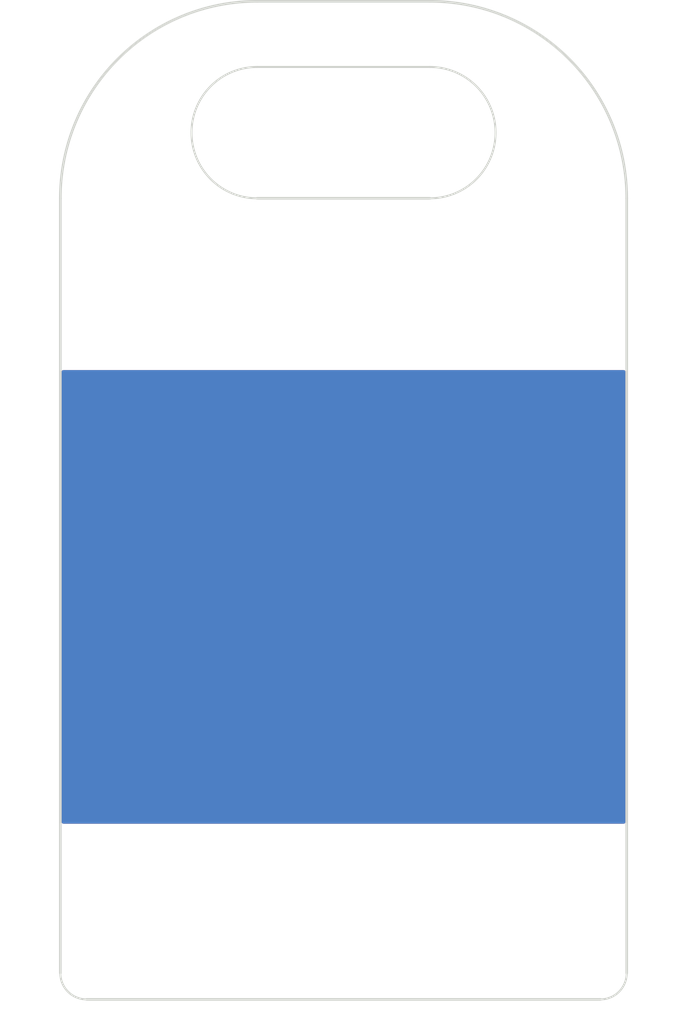
<source format=kicad_pcb>
(kicad_pcb (version 20221018) (generator pcbnew)
  (layers (0 "F.Cu" signal) (31 "B.Cu" signal) (34 "B.Paste" user) (35 "F.Paste" user) (36 "B.SilkS" user "B.Silkscreen") (37 "F.SilkS" user "F.Silkscreen") (38 "B.Mask" user) (39 "F.Mask" user) (44 "Edge.Cuts" user))
  (net 0 "")
  (footprint "MountingHole:MountingHole_3.5mm" (layer "F.Cu") (at 129.49896 106.9514)
    (fp_text reference "REF**" hide)
    (fp_text value "MountingHole_3.5mm")
    (pad "" np_thru_hole circle (at 0 0) (size 3.5 3.5) (drill 3.5) (layers "*.Cu" "*.Mask"))
  )
  (footprint "MountingHole:MountingHole_3.5mm" (layer "F.Cu") (at 165.77096 106.9514)
    (fp_text reference "REF**" hide)
    (fp_text value "MountingHole_3.5mm")
    (pad "" np_thru_hole circle (at 0 0) (size 3.5 3.5) (drill 3.5) (layers "*.Cu" "*.Mask"))
  )
  (footprint "MountingHole:MountingHole_3.5mm" (layer "F.Cu") (at 165.77096 52.8594)
    (fp_text reference "REF**" hide)
    (fp_text value "MountingHole_3.5mm")
    (pad "" np_thru_hole circle (at 0 0) (size 3.5 3.5) (drill 3.5) (layers "*.Cu" "*.Mask"))
  )
  (footprint "MountingHole:MountingHole_3.5mm" (layer "F.Cu") (at 129.49896 52.8594)
    (fp_text reference "REF**" hide)
    (fp_text value "MountingHole_3.5mm")
    (pad "" np_thru_hole circle (at 0 0) (size 3.5 3.5) (drill 3.5) (layers "*.Cu" "*.Mask"))
  )
  (gr_arc (start 141.04496 49.4054) (mid 136.04496 44.4054) (end 141.04496 39.4054) (stroke (width 0.15)) (layer "Edge.Cuts"))
  (gr_line (start 128.04496 110.4054) (end 167.22496 110.4054) (stroke (width 0.2)) (layer "Edge.Cuts"))
  (gr_line (start 141.04496 49.4054) (end 154.22496 49.4054) (stroke (width 0.2)) (layer "Edge.Cuts"))
  (gr_line (start 141.04496 39.4054) (end 154.22496 39.4054) (stroke (width 0.15)) (layer "Edge.Cuts"))
  (gr_arc (start 126.04496 49.4054) (mid 130.438358 38.798798) (end 141.04496 34.4054) (stroke (width 0.2)) (layer "Edge.Cuts"))
  (gr_arc (start 154.22496 34.4054) (mid 164.831562 38.798798) (end 169.22496 49.4054) (stroke (width 0.2)) (layer "Edge.Cuts"))
  (gr_arc (start 128.04496 110.4054) (mid 126.630746 109.819614) (end 126.04496 108.4054) (stroke (width 0.15)) (layer "Edge.Cuts"))
  (gr_line (start 126.04496 49.4054) (end 126.04496 108.4054) (stroke (width 0.2)) (layer "Edge.Cuts"))
  (gr_line (start 154.22496 34.4054) (end 141.04496 34.4054) (stroke (width 0.2)) (layer "Edge.Cuts"))
  (gr_arc (start 154.22496 39.4054) (mid 159.22496 44.4054) (end 154.22496 49.4054) (stroke (width 0.15)) (layer "Edge.Cuts"))
  (gr_line (start 169.22496 108.4054) (end 169.22496 49.4054) (stroke (width 0.2)) (layer "Edge.Cuts"))
  (gr_arc (start 169.22496 108.4054) (mid 168.639174 109.819614) (end 167.22496 110.4054) (stroke (width 0.15)) (layer "Edge.Cuts"))
  (zone (net 0) (net_name "") (layer "F.Cu") (connect_pads (clearance 0.508)) (min_thickness 0.254) (fill yes (thermal_gap 0.508) (thermal_bridge_width 0.508))
    (polygon (pts (xy 169.310157 62.484) (xy 126.130157 62.484) (xy 126.130157 97.028) (xy 169.310157 97.028)))
  )
  (zone (net 0) (net_name "") (layer "B.Cu") (connect_pads (clearance 0.508)) (min_thickness 0.254) (fill yes (thermal_gap 0.508) (thermal_bridge_width 0.508))
    (polygon (pts (xy 169.164 62.484) (xy 125.984 62.484) (xy 125.984 97.028) (xy 169.164 97.028)))
  )
)
</source>
